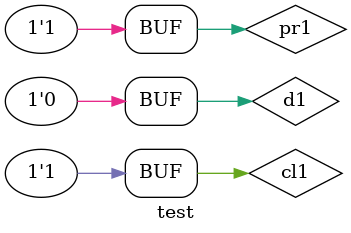
<source format=v>

module SRlatch ( qn, q, pr, cl, d );

input  d, pr, cl;
output qn, q;
	
wire nd;
	
not NOT1(nd,d);
	
nand NAND1(qn,pr, d,q);
nand NAND1(q,cl,nd,qn);
	
endmodule

//----------------------
//--Test module SrLatch
//----------------------

module test;
SRlatch exercicio03 (p1,q1,pr1,cl1,d1);

reg  r1,d1,cl1,pr1;
wire p1,q1;

initial begin


d1=0;cl1=0;pr1=0;
$display("Bruno Santiago Pinheiro - 405791");
$display("Guia 10 - exercicio 01");
$monitor("d = %b; Clear = %b: Preset = %b: Q' = %b; Q = %b",d1,cl1,pr1,p1,q1);
#1 d1=1;cl1=0;pr1=0;
#1 d1=0;cl1=1;pr1=0;
#1 d1=1;cl1=1;pr1=0;
#1 d1=0;cl1=0;pr1=1;
#1 d1=1;cl1=0;pr1=1;
#1 d1=1;cl1=1;pr1=1;
#1 d1=0;cl1=1;pr1=1;

end
endmodule
</source>
